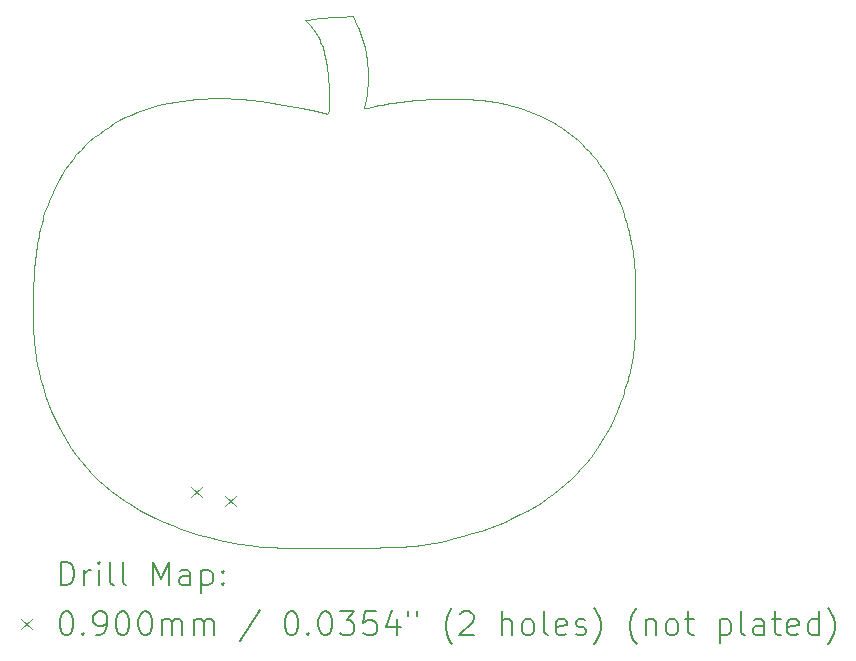
<source format=gbr>
%TF.GenerationSoftware,KiCad,Pcbnew,7.0.1-0*%
%TF.CreationDate,2023-08-23T15:25:18+02:00*%
%TF.ProjectId,pumpkin,70756d70-6b69-46e2-9e6b-696361645f70,rev?*%
%TF.SameCoordinates,Original*%
%TF.FileFunction,Drillmap*%
%TF.FilePolarity,Positive*%
%FSLAX45Y45*%
G04 Gerber Fmt 4.5, Leading zero omitted, Abs format (unit mm)*
G04 Created by KiCad (PCBNEW 7.0.1-0) date 2023-08-23 15:25:18*
%MOMM*%
%LPD*%
G01*
G04 APERTURE LIST*
%ADD10C,0.054000*%
%ADD11C,0.200000*%
%ADD12C,0.090000*%
G04 APERTURE END LIST*
D10*
X16954180Y-10475734D02*
X16931759Y-10539454D01*
X16907474Y-10601556D01*
X16881319Y-10662045D01*
X16853290Y-10720925D01*
X16823380Y-10778200D01*
X16791584Y-10833875D01*
X16757896Y-10887952D01*
X16722311Y-10940438D01*
X16684823Y-10991336D01*
X16645426Y-11040650D01*
X16604115Y-11088384D01*
X16560884Y-11134543D01*
X16515728Y-11179131D01*
X16468641Y-11222153D01*
X16419617Y-11263611D01*
X16368651Y-11303511D01*
X16315737Y-11341858D01*
X16260870Y-11378654D01*
X16204043Y-11413904D01*
X16145252Y-11447613D01*
X16084490Y-11479785D01*
X16021753Y-11510424D01*
X15957034Y-11539534D01*
X15890327Y-11567119D01*
X15821628Y-11593184D01*
X15750931Y-11617733D01*
X15678229Y-11640770D01*
X15603518Y-11662300D01*
X15526792Y-11682326D01*
X15448045Y-11700852D01*
X15367271Y-11717884D01*
X15284466Y-11733425D01*
X12181955Y-8645298D02*
X12208388Y-8599371D01*
X12236454Y-8554946D01*
X12266132Y-8512032D01*
X12297403Y-8470637D01*
X12330245Y-8430771D01*
X12364640Y-8392443D01*
X12400567Y-8355660D01*
X12438006Y-8320432D01*
X12476937Y-8286768D01*
X12517339Y-8254676D01*
X12559193Y-8224165D01*
X12602478Y-8195245D01*
X12647174Y-8167924D01*
X12693262Y-8142210D01*
X12740720Y-8118113D01*
X12789530Y-8095641D01*
X12839670Y-8074803D01*
X12891121Y-8055609D01*
X12943862Y-8038066D01*
X12997874Y-8022183D01*
X13053136Y-8007970D01*
X13109629Y-7995435D01*
X13167331Y-7984587D01*
X13226223Y-7975435D01*
X13286285Y-7967987D01*
X13347497Y-7962253D01*
X13409838Y-7958241D01*
X13473289Y-7955960D01*
X13537829Y-7955419D01*
X13603438Y-7956627D01*
X13670097Y-7959592D01*
X13737784Y-7964323D01*
X14706988Y-7340548D02*
X14712680Y-7353617D01*
X14718170Y-7366627D01*
X14723461Y-7379587D01*
X14728552Y-7392503D01*
X14733447Y-7405382D01*
X14738146Y-7418232D01*
X14742650Y-7431059D01*
X14746962Y-7443871D01*
X14751083Y-7456674D01*
X14755015Y-7469477D01*
X14758758Y-7482286D01*
X14762314Y-7495107D01*
X14765685Y-7507949D01*
X14768873Y-7520819D01*
X14771879Y-7533723D01*
X14774704Y-7546668D01*
X14777349Y-7559663D01*
X14779818Y-7572713D01*
X14782110Y-7585826D01*
X14784227Y-7599010D01*
X14786171Y-7612270D01*
X14787944Y-7625615D01*
X14789547Y-7639051D01*
X14790980Y-7652586D01*
X14792247Y-7666227D01*
X14793348Y-7679980D01*
X14794285Y-7693854D01*
X14795060Y-7707854D01*
X14795673Y-7721989D01*
X14796127Y-7736265D01*
X14796422Y-7750689D01*
X14796561Y-7765269D01*
X15915633Y-7995140D02*
X15965215Y-8006273D01*
X16013676Y-8018549D01*
X16061018Y-8031970D01*
X16107244Y-8046541D01*
X16152359Y-8062263D01*
X16196365Y-8079141D01*
X16239266Y-8097177D01*
X16281065Y-8116374D01*
X16321766Y-8136735D01*
X16361372Y-8158264D01*
X16399887Y-8180962D01*
X16437314Y-8204835D01*
X16473656Y-8229883D01*
X16508916Y-8256112D01*
X16543099Y-8283522D01*
X16576208Y-8312119D01*
X16608245Y-8341904D01*
X16639215Y-8372881D01*
X16669120Y-8405052D01*
X16697965Y-8438422D01*
X16725753Y-8472992D01*
X16752486Y-8508766D01*
X16778169Y-8545747D01*
X16802805Y-8583939D01*
X16826396Y-8623343D01*
X16848948Y-8663964D01*
X16870463Y-8705803D01*
X16890944Y-8748865D01*
X16910395Y-8793152D01*
X16928819Y-8838668D01*
X16946220Y-8885415D01*
X16962601Y-8933397D01*
X15284466Y-11733425D02*
X15273542Y-11735293D01*
X15262369Y-11737082D01*
X15250897Y-11738792D01*
X15239080Y-11740426D01*
X15226870Y-11741985D01*
X15214220Y-11743473D01*
X15201083Y-11744891D01*
X15187412Y-11746241D01*
X15173158Y-11747524D01*
X15158276Y-11748744D01*
X15142717Y-11749901D01*
X15126434Y-11750999D01*
X15109380Y-11752038D01*
X15091507Y-11753022D01*
X15072769Y-11753951D01*
X15053118Y-11754828D01*
X15032506Y-11755656D01*
X15010886Y-11756435D01*
X14988212Y-11757168D01*
X14964435Y-11757857D01*
X14939508Y-11758505D01*
X14913384Y-11759112D01*
X14886016Y-11759681D01*
X14857356Y-11760214D01*
X14827357Y-11760713D01*
X14795972Y-11761180D01*
X14763154Y-11761617D01*
X14728854Y-11762027D01*
X14693026Y-11762410D01*
X14655623Y-11762769D01*
X14616596Y-11763106D01*
X14575900Y-11763423D01*
X16962601Y-8933397D02*
X16969741Y-8955559D01*
X16976558Y-8977355D01*
X16983060Y-8998831D01*
X16989252Y-9020036D01*
X16995140Y-9041019D01*
X17000731Y-9061826D01*
X17006031Y-9082506D01*
X17011047Y-9103106D01*
X17015784Y-9123676D01*
X17020248Y-9144262D01*
X17024447Y-9164912D01*
X17028385Y-9185676D01*
X17032070Y-9206599D01*
X17035508Y-9227731D01*
X17038705Y-9249120D01*
X17041667Y-9270813D01*
X17044400Y-9292858D01*
X17046911Y-9315304D01*
X17049206Y-9338197D01*
X17051291Y-9361587D01*
X17053172Y-9385521D01*
X17054856Y-9410048D01*
X17056349Y-9435214D01*
X17057657Y-9461068D01*
X17058787Y-9487658D01*
X17059744Y-9515032D01*
X17060534Y-9543237D01*
X17061165Y-9572323D01*
X17061643Y-9602336D01*
X17061972Y-9633325D01*
X17062161Y-9665338D01*
X17062215Y-9698422D01*
X14767308Y-8038830D02*
X14772887Y-8039845D01*
X14778892Y-8039530D01*
X14784536Y-8038898D01*
X14791032Y-8037946D01*
X14798268Y-8036691D01*
X14806130Y-8035149D01*
X14811665Y-8033970D01*
X14817395Y-8032677D01*
X14823287Y-8031274D01*
X14829307Y-8029767D01*
X14832356Y-8028976D01*
X14549845Y-7265427D02*
X14670123Y-7257191D01*
X14670123Y-7257191D02*
X14706988Y-7340548D01*
X13737784Y-7964323D02*
X13754987Y-7965836D01*
X13773278Y-7967625D01*
X13792576Y-7969676D01*
X13812803Y-7971976D01*
X13833878Y-7974512D01*
X13855723Y-7977270D01*
X13878258Y-7980237D01*
X13901403Y-7983398D01*
X13925080Y-7986741D01*
X13949208Y-7990252D01*
X13973707Y-7993918D01*
X13998500Y-7997724D01*
X14023505Y-8001658D01*
X14048645Y-8005706D01*
X14073838Y-8009854D01*
X14099006Y-8014089D01*
X14124070Y-8018397D01*
X14148949Y-8022765D01*
X14173564Y-8027180D01*
X14197837Y-8031627D01*
X14221687Y-8036094D01*
X14245035Y-8040567D01*
X14267801Y-8045031D01*
X14289906Y-8049475D01*
X14311271Y-8053884D01*
X14331816Y-8058244D01*
X14351461Y-8062543D01*
X14370128Y-8066766D01*
X14387736Y-8070901D01*
X14404207Y-8074933D01*
X14419460Y-8078849D01*
X14433416Y-8082637D01*
X14433416Y-8082637D02*
X14439468Y-8084276D01*
X14444770Y-8085447D01*
X14451423Y-8085853D01*
X14456663Y-8083999D01*
X14460655Y-8079162D01*
X14462703Y-8073923D01*
X14464318Y-8066823D01*
X14465549Y-8057648D01*
X14466035Y-8052216D01*
X14466444Y-8046185D01*
X14466780Y-8039528D01*
X14467051Y-8032218D01*
X14467263Y-8024229D01*
X14467420Y-8015534D01*
X14467531Y-8006107D01*
X14467600Y-7995920D01*
X14467633Y-7984946D01*
X14467638Y-7973160D01*
X14467619Y-7960533D01*
X14467584Y-7947041D01*
X14467537Y-7932655D01*
X14796561Y-7765269D02*
X14796569Y-7772850D01*
X14796531Y-7780491D01*
X14796448Y-7788181D01*
X14796321Y-7795905D01*
X14796151Y-7803650D01*
X14795939Y-7811403D01*
X14795687Y-7819152D01*
X14795395Y-7826881D01*
X14795064Y-7834580D01*
X14794696Y-7842233D01*
X14794292Y-7849827D01*
X14793853Y-7857351D01*
X14793379Y-7864789D01*
X14792873Y-7872129D01*
X14792334Y-7879358D01*
X14791765Y-7886463D01*
X14791166Y-7893429D01*
X14790539Y-7900244D01*
X14789884Y-7906895D01*
X14789203Y-7913368D01*
X14788497Y-7919650D01*
X14787766Y-7925728D01*
X14787013Y-7931588D01*
X14786237Y-7937218D01*
X14785441Y-7942603D01*
X14783790Y-7952588D01*
X14782069Y-7961438D01*
X14780286Y-7969046D01*
X14779375Y-7972352D01*
X14467537Y-7932655D02*
X14467306Y-7906688D01*
X14466790Y-7881235D01*
X14465987Y-7856294D01*
X14464897Y-7831863D01*
X14463521Y-7807939D01*
X14461856Y-7784521D01*
X14459903Y-7761606D01*
X14457661Y-7739192D01*
X14455130Y-7717277D01*
X14452308Y-7695858D01*
X14449196Y-7674934D01*
X14445792Y-7654502D01*
X14442097Y-7634561D01*
X14438109Y-7615107D01*
X14433829Y-7596139D01*
X14429255Y-7577655D01*
X14424387Y-7559653D01*
X14419224Y-7542129D01*
X14413766Y-7525083D01*
X14408013Y-7508512D01*
X14401963Y-7492414D01*
X14395617Y-7476786D01*
X14388973Y-7461627D01*
X14382031Y-7446934D01*
X14374790Y-7432705D01*
X14367251Y-7418938D01*
X14359411Y-7405631D01*
X14351272Y-7392782D01*
X14342832Y-7380388D01*
X14334090Y-7368447D01*
X14325047Y-7356957D01*
X14315701Y-7345917D01*
X13890439Y-11752973D02*
X13798352Y-11740917D01*
X13708416Y-11726852D01*
X13620638Y-11710783D01*
X13535024Y-11692715D01*
X13451582Y-11672653D01*
X13370317Y-11650601D01*
X13291236Y-11626564D01*
X13214347Y-11600548D01*
X13139655Y-11572557D01*
X13067166Y-11542595D01*
X12996889Y-11510669D01*
X12928829Y-11476782D01*
X12862992Y-11440939D01*
X12799386Y-11403146D01*
X12738017Y-11363406D01*
X12678891Y-11321726D01*
X12622015Y-11278109D01*
X12567396Y-11232561D01*
X12515041Y-11185086D01*
X12464955Y-11135690D01*
X12417146Y-11084377D01*
X12371619Y-11031151D01*
X12328383Y-10976019D01*
X12287442Y-10918984D01*
X12248804Y-10860052D01*
X12212476Y-10799227D01*
X12178464Y-10736514D01*
X12146774Y-10671918D01*
X12117413Y-10605444D01*
X12090388Y-10537097D01*
X12065705Y-10466881D01*
X12043371Y-10394802D01*
X14832356Y-8028976D02*
X14859822Y-8022112D01*
X14888597Y-8015595D01*
X14918590Y-8009427D01*
X14949712Y-8003612D01*
X14981873Y-7998151D01*
X15014983Y-7993049D01*
X15048953Y-7988307D01*
X15083694Y-7983928D01*
X15119115Y-7979916D01*
X15155128Y-7976272D01*
X15191642Y-7973001D01*
X15228568Y-7970104D01*
X15265816Y-7967584D01*
X15303298Y-7965445D01*
X15340922Y-7963689D01*
X15378600Y-7962318D01*
X15416242Y-7961336D01*
X15453759Y-7960745D01*
X15491060Y-7960549D01*
X15528057Y-7960750D01*
X15564659Y-7961350D01*
X15600777Y-7962353D01*
X15636322Y-7963761D01*
X15671204Y-7965578D01*
X15705332Y-7967805D01*
X15738619Y-7970447D01*
X15770974Y-7973504D01*
X15802307Y-7976982D01*
X15832529Y-7980881D01*
X15861550Y-7985206D01*
X15889282Y-7989958D01*
X15915633Y-7995140D01*
X17062215Y-9698422D02*
X17062142Y-9732331D01*
X17061943Y-9764994D01*
X17061609Y-9796476D01*
X17061131Y-9826838D01*
X17060500Y-9856142D01*
X17059709Y-9884451D01*
X17058748Y-9911827D01*
X17057609Y-9938334D01*
X17056283Y-9964032D01*
X17054760Y-9988985D01*
X17053034Y-10013256D01*
X17051094Y-10036905D01*
X17048933Y-10059997D01*
X17046541Y-10082593D01*
X17043910Y-10104756D01*
X17041031Y-10126548D01*
X17037895Y-10148032D01*
X17034495Y-10169269D01*
X17030820Y-10190324D01*
X17026863Y-10211257D01*
X17022615Y-10232131D01*
X17018067Y-10253010D01*
X17013210Y-10273954D01*
X17008036Y-10295027D01*
X17002536Y-10316292D01*
X16996701Y-10337809D01*
X16990523Y-10359643D01*
X16983993Y-10381855D01*
X16977103Y-10404507D01*
X16969843Y-10427663D01*
X16962205Y-10451385D01*
X16954180Y-10475734D01*
X14779375Y-7972352D02*
X14777592Y-7978570D01*
X14775917Y-7984672D01*
X14774356Y-7990624D01*
X14772917Y-7996391D01*
X14771604Y-8001941D01*
X14770424Y-8007238D01*
X14768918Y-8014635D01*
X14767746Y-8021274D01*
X14766928Y-8027037D01*
X14766427Y-8033163D01*
X14767308Y-8038830D01*
X14348136Y-7281888D02*
X14357055Y-7281008D01*
X14366948Y-7280068D01*
X14377712Y-7279077D01*
X14383389Y-7278566D01*
X14389244Y-7278044D01*
X14395265Y-7277515D01*
X14401440Y-7276978D01*
X14407754Y-7276434D01*
X14414196Y-7275886D01*
X14420752Y-7275333D01*
X14427410Y-7274777D01*
X14434156Y-7274219D01*
X14440977Y-7273659D01*
X14447862Y-7273100D01*
X14454795Y-7272542D01*
X14461766Y-7271986D01*
X14468760Y-7271433D01*
X14475765Y-7270884D01*
X14482769Y-7270340D01*
X14489757Y-7269803D01*
X14496717Y-7269273D01*
X14503637Y-7268752D01*
X14510502Y-7268240D01*
X14517301Y-7267739D01*
X14524021Y-7267249D01*
X14530648Y-7266772D01*
X14537169Y-7266308D01*
X14543573Y-7265859D01*
X14549845Y-7265427D01*
X14315701Y-7345917D02*
X14266706Y-7290114D01*
X14575900Y-11763423D02*
X14546919Y-11763618D01*
X14517987Y-11763772D01*
X14489148Y-11763887D01*
X14460444Y-11763962D01*
X14431921Y-11763999D01*
X14403622Y-11763999D01*
X14375591Y-11763962D01*
X14347872Y-11763888D01*
X14320509Y-11763779D01*
X14293546Y-11763635D01*
X14267027Y-11763456D01*
X14240996Y-11763244D01*
X14215496Y-11762999D01*
X14190571Y-11762721D01*
X14166267Y-11762412D01*
X14142625Y-11762072D01*
X14119691Y-11761702D01*
X14097509Y-11761302D01*
X14076121Y-11760874D01*
X14055573Y-11760417D01*
X14035908Y-11759932D01*
X14017170Y-11759421D01*
X13999403Y-11758883D01*
X13982650Y-11758320D01*
X13966957Y-11757732D01*
X13952366Y-11757119D01*
X13938922Y-11756483D01*
X13926669Y-11755824D01*
X13915650Y-11755143D01*
X13905909Y-11754440D01*
X13897491Y-11753717D01*
X13890439Y-11752973D01*
X11962000Y-9606000D02*
X11963248Y-9566390D01*
X11964788Y-9527709D01*
X11966627Y-9489926D01*
X11968772Y-9453009D01*
X11971230Y-9416927D01*
X11974009Y-9381650D01*
X11977115Y-9347147D01*
X11980556Y-9313386D01*
X11984338Y-9280337D01*
X11988470Y-9247968D01*
X11992957Y-9216249D01*
X11997807Y-9185148D01*
X12003027Y-9154635D01*
X12008624Y-9124678D01*
X12014606Y-9095247D01*
X12020978Y-9066310D01*
X12027750Y-9037838D01*
X12034926Y-9009797D01*
X12042516Y-8982158D01*
X12050525Y-8954890D01*
X12058961Y-8927962D01*
X12067831Y-8901342D01*
X12077141Y-8875000D01*
X12086900Y-8848904D01*
X12097114Y-8823024D01*
X12107791Y-8797329D01*
X12118937Y-8771787D01*
X12130559Y-8746368D01*
X12142665Y-8721040D01*
X12155262Y-8695774D01*
X12168356Y-8670537D01*
X12181955Y-8645298D01*
X14266706Y-7290114D02*
X14348136Y-7281888D01*
X12043371Y-10394802D02*
X12036965Y-10372309D01*
X12030842Y-10350003D01*
X12024999Y-10327851D01*
X12019431Y-10305821D01*
X12014137Y-10283879D01*
X12009112Y-10261994D01*
X12004352Y-10240133D01*
X11999856Y-10218263D01*
X11995619Y-10196352D01*
X11991637Y-10174366D01*
X11987909Y-10152274D01*
X11984429Y-10130043D01*
X11981196Y-10107640D01*
X11978205Y-10085033D01*
X11975453Y-10062189D01*
X11972937Y-10039075D01*
X11970653Y-10015659D01*
X11968598Y-9991908D01*
X11966769Y-9967790D01*
X11965162Y-9943272D01*
X11963775Y-9918322D01*
X11962603Y-9892906D01*
X11961643Y-9866993D01*
X11960892Y-9840550D01*
X11960346Y-9813543D01*
X11960003Y-9785941D01*
X11959858Y-9757711D01*
X11959909Y-9728821D01*
X11960152Y-9699237D01*
X11960584Y-9668927D01*
X11961201Y-9637859D01*
X11962000Y-9606000D01*
D11*
D12*
X13300111Y-11244177D02*
X13390111Y-11334177D01*
X13390111Y-11244177D02*
X13300111Y-11334177D01*
X13589889Y-11321823D02*
X13679889Y-11411823D01*
X13679889Y-11321823D02*
X13589889Y-11411823D01*
D11*
X12197438Y-12080939D02*
X12197438Y-11880939D01*
X12197438Y-11880939D02*
X12245057Y-11880939D01*
X12245057Y-11880939D02*
X12273628Y-11890463D01*
X12273628Y-11890463D02*
X12292676Y-11909511D01*
X12292676Y-11909511D02*
X12302200Y-11928558D01*
X12302200Y-11928558D02*
X12311724Y-11966654D01*
X12311724Y-11966654D02*
X12311724Y-11995225D01*
X12311724Y-11995225D02*
X12302200Y-12033320D01*
X12302200Y-12033320D02*
X12292676Y-12052368D01*
X12292676Y-12052368D02*
X12273628Y-12071416D01*
X12273628Y-12071416D02*
X12245057Y-12080939D01*
X12245057Y-12080939D02*
X12197438Y-12080939D01*
X12397438Y-12080939D02*
X12397438Y-11947606D01*
X12397438Y-11985701D02*
X12406962Y-11966654D01*
X12406962Y-11966654D02*
X12416485Y-11957130D01*
X12416485Y-11957130D02*
X12435533Y-11947606D01*
X12435533Y-11947606D02*
X12454581Y-11947606D01*
X12521247Y-12080939D02*
X12521247Y-11947606D01*
X12521247Y-11880939D02*
X12511724Y-11890463D01*
X12511724Y-11890463D02*
X12521247Y-11899987D01*
X12521247Y-11899987D02*
X12530771Y-11890463D01*
X12530771Y-11890463D02*
X12521247Y-11880939D01*
X12521247Y-11880939D02*
X12521247Y-11899987D01*
X12645057Y-12080939D02*
X12626009Y-12071416D01*
X12626009Y-12071416D02*
X12616485Y-12052368D01*
X12616485Y-12052368D02*
X12616485Y-11880939D01*
X12749819Y-12080939D02*
X12730771Y-12071416D01*
X12730771Y-12071416D02*
X12721247Y-12052368D01*
X12721247Y-12052368D02*
X12721247Y-11880939D01*
X12978390Y-12080939D02*
X12978390Y-11880939D01*
X12978390Y-11880939D02*
X13045057Y-12023797D01*
X13045057Y-12023797D02*
X13111724Y-11880939D01*
X13111724Y-11880939D02*
X13111724Y-12080939D01*
X13292676Y-12080939D02*
X13292676Y-11976178D01*
X13292676Y-11976178D02*
X13283152Y-11957130D01*
X13283152Y-11957130D02*
X13264105Y-11947606D01*
X13264105Y-11947606D02*
X13226009Y-11947606D01*
X13226009Y-11947606D02*
X13206962Y-11957130D01*
X13292676Y-12071416D02*
X13273628Y-12080939D01*
X13273628Y-12080939D02*
X13226009Y-12080939D01*
X13226009Y-12080939D02*
X13206962Y-12071416D01*
X13206962Y-12071416D02*
X13197438Y-12052368D01*
X13197438Y-12052368D02*
X13197438Y-12033320D01*
X13197438Y-12033320D02*
X13206962Y-12014273D01*
X13206962Y-12014273D02*
X13226009Y-12004749D01*
X13226009Y-12004749D02*
X13273628Y-12004749D01*
X13273628Y-12004749D02*
X13292676Y-11995225D01*
X13387914Y-11947606D02*
X13387914Y-12147606D01*
X13387914Y-11957130D02*
X13406962Y-11947606D01*
X13406962Y-11947606D02*
X13445057Y-11947606D01*
X13445057Y-11947606D02*
X13464105Y-11957130D01*
X13464105Y-11957130D02*
X13473628Y-11966654D01*
X13473628Y-11966654D02*
X13483152Y-11985701D01*
X13483152Y-11985701D02*
X13483152Y-12042844D01*
X13483152Y-12042844D02*
X13473628Y-12061892D01*
X13473628Y-12061892D02*
X13464105Y-12071416D01*
X13464105Y-12071416D02*
X13445057Y-12080939D01*
X13445057Y-12080939D02*
X13406962Y-12080939D01*
X13406962Y-12080939D02*
X13387914Y-12071416D01*
X13568866Y-12061892D02*
X13578390Y-12071416D01*
X13578390Y-12071416D02*
X13568866Y-12080939D01*
X13568866Y-12080939D02*
X13559343Y-12071416D01*
X13559343Y-12071416D02*
X13568866Y-12061892D01*
X13568866Y-12061892D02*
X13568866Y-12080939D01*
X13568866Y-11957130D02*
X13578390Y-11966654D01*
X13578390Y-11966654D02*
X13568866Y-11976178D01*
X13568866Y-11976178D02*
X13559343Y-11966654D01*
X13559343Y-11966654D02*
X13568866Y-11957130D01*
X13568866Y-11957130D02*
X13568866Y-11976178D01*
D12*
X11859819Y-12363416D02*
X11949819Y-12453416D01*
X11949819Y-12363416D02*
X11859819Y-12453416D01*
D11*
X12235533Y-12300939D02*
X12254581Y-12300939D01*
X12254581Y-12300939D02*
X12273628Y-12310463D01*
X12273628Y-12310463D02*
X12283152Y-12319987D01*
X12283152Y-12319987D02*
X12292676Y-12339035D01*
X12292676Y-12339035D02*
X12302200Y-12377130D01*
X12302200Y-12377130D02*
X12302200Y-12424749D01*
X12302200Y-12424749D02*
X12292676Y-12462844D01*
X12292676Y-12462844D02*
X12283152Y-12481892D01*
X12283152Y-12481892D02*
X12273628Y-12491416D01*
X12273628Y-12491416D02*
X12254581Y-12500939D01*
X12254581Y-12500939D02*
X12235533Y-12500939D01*
X12235533Y-12500939D02*
X12216485Y-12491416D01*
X12216485Y-12491416D02*
X12206962Y-12481892D01*
X12206962Y-12481892D02*
X12197438Y-12462844D01*
X12197438Y-12462844D02*
X12187914Y-12424749D01*
X12187914Y-12424749D02*
X12187914Y-12377130D01*
X12187914Y-12377130D02*
X12197438Y-12339035D01*
X12197438Y-12339035D02*
X12206962Y-12319987D01*
X12206962Y-12319987D02*
X12216485Y-12310463D01*
X12216485Y-12310463D02*
X12235533Y-12300939D01*
X12387914Y-12481892D02*
X12397438Y-12491416D01*
X12397438Y-12491416D02*
X12387914Y-12500939D01*
X12387914Y-12500939D02*
X12378390Y-12491416D01*
X12378390Y-12491416D02*
X12387914Y-12481892D01*
X12387914Y-12481892D02*
X12387914Y-12500939D01*
X12492676Y-12500939D02*
X12530771Y-12500939D01*
X12530771Y-12500939D02*
X12549819Y-12491416D01*
X12549819Y-12491416D02*
X12559343Y-12481892D01*
X12559343Y-12481892D02*
X12578390Y-12453320D01*
X12578390Y-12453320D02*
X12587914Y-12415225D01*
X12587914Y-12415225D02*
X12587914Y-12339035D01*
X12587914Y-12339035D02*
X12578390Y-12319987D01*
X12578390Y-12319987D02*
X12568866Y-12310463D01*
X12568866Y-12310463D02*
X12549819Y-12300939D01*
X12549819Y-12300939D02*
X12511724Y-12300939D01*
X12511724Y-12300939D02*
X12492676Y-12310463D01*
X12492676Y-12310463D02*
X12483152Y-12319987D01*
X12483152Y-12319987D02*
X12473628Y-12339035D01*
X12473628Y-12339035D02*
X12473628Y-12386654D01*
X12473628Y-12386654D02*
X12483152Y-12405701D01*
X12483152Y-12405701D02*
X12492676Y-12415225D01*
X12492676Y-12415225D02*
X12511724Y-12424749D01*
X12511724Y-12424749D02*
X12549819Y-12424749D01*
X12549819Y-12424749D02*
X12568866Y-12415225D01*
X12568866Y-12415225D02*
X12578390Y-12405701D01*
X12578390Y-12405701D02*
X12587914Y-12386654D01*
X12711724Y-12300939D02*
X12730771Y-12300939D01*
X12730771Y-12300939D02*
X12749819Y-12310463D01*
X12749819Y-12310463D02*
X12759343Y-12319987D01*
X12759343Y-12319987D02*
X12768866Y-12339035D01*
X12768866Y-12339035D02*
X12778390Y-12377130D01*
X12778390Y-12377130D02*
X12778390Y-12424749D01*
X12778390Y-12424749D02*
X12768866Y-12462844D01*
X12768866Y-12462844D02*
X12759343Y-12481892D01*
X12759343Y-12481892D02*
X12749819Y-12491416D01*
X12749819Y-12491416D02*
X12730771Y-12500939D01*
X12730771Y-12500939D02*
X12711724Y-12500939D01*
X12711724Y-12500939D02*
X12692676Y-12491416D01*
X12692676Y-12491416D02*
X12683152Y-12481892D01*
X12683152Y-12481892D02*
X12673628Y-12462844D01*
X12673628Y-12462844D02*
X12664105Y-12424749D01*
X12664105Y-12424749D02*
X12664105Y-12377130D01*
X12664105Y-12377130D02*
X12673628Y-12339035D01*
X12673628Y-12339035D02*
X12683152Y-12319987D01*
X12683152Y-12319987D02*
X12692676Y-12310463D01*
X12692676Y-12310463D02*
X12711724Y-12300939D01*
X12902200Y-12300939D02*
X12921247Y-12300939D01*
X12921247Y-12300939D02*
X12940295Y-12310463D01*
X12940295Y-12310463D02*
X12949819Y-12319987D01*
X12949819Y-12319987D02*
X12959343Y-12339035D01*
X12959343Y-12339035D02*
X12968866Y-12377130D01*
X12968866Y-12377130D02*
X12968866Y-12424749D01*
X12968866Y-12424749D02*
X12959343Y-12462844D01*
X12959343Y-12462844D02*
X12949819Y-12481892D01*
X12949819Y-12481892D02*
X12940295Y-12491416D01*
X12940295Y-12491416D02*
X12921247Y-12500939D01*
X12921247Y-12500939D02*
X12902200Y-12500939D01*
X12902200Y-12500939D02*
X12883152Y-12491416D01*
X12883152Y-12491416D02*
X12873628Y-12481892D01*
X12873628Y-12481892D02*
X12864105Y-12462844D01*
X12864105Y-12462844D02*
X12854581Y-12424749D01*
X12854581Y-12424749D02*
X12854581Y-12377130D01*
X12854581Y-12377130D02*
X12864105Y-12339035D01*
X12864105Y-12339035D02*
X12873628Y-12319987D01*
X12873628Y-12319987D02*
X12883152Y-12310463D01*
X12883152Y-12310463D02*
X12902200Y-12300939D01*
X13054581Y-12500939D02*
X13054581Y-12367606D01*
X13054581Y-12386654D02*
X13064105Y-12377130D01*
X13064105Y-12377130D02*
X13083152Y-12367606D01*
X13083152Y-12367606D02*
X13111724Y-12367606D01*
X13111724Y-12367606D02*
X13130771Y-12377130D01*
X13130771Y-12377130D02*
X13140295Y-12396178D01*
X13140295Y-12396178D02*
X13140295Y-12500939D01*
X13140295Y-12396178D02*
X13149819Y-12377130D01*
X13149819Y-12377130D02*
X13168866Y-12367606D01*
X13168866Y-12367606D02*
X13197438Y-12367606D01*
X13197438Y-12367606D02*
X13216486Y-12377130D01*
X13216486Y-12377130D02*
X13226009Y-12396178D01*
X13226009Y-12396178D02*
X13226009Y-12500939D01*
X13321247Y-12500939D02*
X13321247Y-12367606D01*
X13321247Y-12386654D02*
X13330771Y-12377130D01*
X13330771Y-12377130D02*
X13349819Y-12367606D01*
X13349819Y-12367606D02*
X13378390Y-12367606D01*
X13378390Y-12367606D02*
X13397438Y-12377130D01*
X13397438Y-12377130D02*
X13406962Y-12396178D01*
X13406962Y-12396178D02*
X13406962Y-12500939D01*
X13406962Y-12396178D02*
X13416486Y-12377130D01*
X13416486Y-12377130D02*
X13435533Y-12367606D01*
X13435533Y-12367606D02*
X13464105Y-12367606D01*
X13464105Y-12367606D02*
X13483152Y-12377130D01*
X13483152Y-12377130D02*
X13492676Y-12396178D01*
X13492676Y-12396178D02*
X13492676Y-12500939D01*
X13883152Y-12291416D02*
X13711724Y-12548558D01*
X14140295Y-12300939D02*
X14159343Y-12300939D01*
X14159343Y-12300939D02*
X14178390Y-12310463D01*
X14178390Y-12310463D02*
X14187914Y-12319987D01*
X14187914Y-12319987D02*
X14197438Y-12339035D01*
X14197438Y-12339035D02*
X14206962Y-12377130D01*
X14206962Y-12377130D02*
X14206962Y-12424749D01*
X14206962Y-12424749D02*
X14197438Y-12462844D01*
X14197438Y-12462844D02*
X14187914Y-12481892D01*
X14187914Y-12481892D02*
X14178390Y-12491416D01*
X14178390Y-12491416D02*
X14159343Y-12500939D01*
X14159343Y-12500939D02*
X14140295Y-12500939D01*
X14140295Y-12500939D02*
X14121248Y-12491416D01*
X14121248Y-12491416D02*
X14111724Y-12481892D01*
X14111724Y-12481892D02*
X14102200Y-12462844D01*
X14102200Y-12462844D02*
X14092676Y-12424749D01*
X14092676Y-12424749D02*
X14092676Y-12377130D01*
X14092676Y-12377130D02*
X14102200Y-12339035D01*
X14102200Y-12339035D02*
X14111724Y-12319987D01*
X14111724Y-12319987D02*
X14121248Y-12310463D01*
X14121248Y-12310463D02*
X14140295Y-12300939D01*
X14292676Y-12481892D02*
X14302200Y-12491416D01*
X14302200Y-12491416D02*
X14292676Y-12500939D01*
X14292676Y-12500939D02*
X14283152Y-12491416D01*
X14283152Y-12491416D02*
X14292676Y-12481892D01*
X14292676Y-12481892D02*
X14292676Y-12500939D01*
X14426009Y-12300939D02*
X14445057Y-12300939D01*
X14445057Y-12300939D02*
X14464105Y-12310463D01*
X14464105Y-12310463D02*
X14473629Y-12319987D01*
X14473629Y-12319987D02*
X14483152Y-12339035D01*
X14483152Y-12339035D02*
X14492676Y-12377130D01*
X14492676Y-12377130D02*
X14492676Y-12424749D01*
X14492676Y-12424749D02*
X14483152Y-12462844D01*
X14483152Y-12462844D02*
X14473629Y-12481892D01*
X14473629Y-12481892D02*
X14464105Y-12491416D01*
X14464105Y-12491416D02*
X14445057Y-12500939D01*
X14445057Y-12500939D02*
X14426009Y-12500939D01*
X14426009Y-12500939D02*
X14406962Y-12491416D01*
X14406962Y-12491416D02*
X14397438Y-12481892D01*
X14397438Y-12481892D02*
X14387914Y-12462844D01*
X14387914Y-12462844D02*
X14378390Y-12424749D01*
X14378390Y-12424749D02*
X14378390Y-12377130D01*
X14378390Y-12377130D02*
X14387914Y-12339035D01*
X14387914Y-12339035D02*
X14397438Y-12319987D01*
X14397438Y-12319987D02*
X14406962Y-12310463D01*
X14406962Y-12310463D02*
X14426009Y-12300939D01*
X14559343Y-12300939D02*
X14683152Y-12300939D01*
X14683152Y-12300939D02*
X14616486Y-12377130D01*
X14616486Y-12377130D02*
X14645057Y-12377130D01*
X14645057Y-12377130D02*
X14664105Y-12386654D01*
X14664105Y-12386654D02*
X14673629Y-12396178D01*
X14673629Y-12396178D02*
X14683152Y-12415225D01*
X14683152Y-12415225D02*
X14683152Y-12462844D01*
X14683152Y-12462844D02*
X14673629Y-12481892D01*
X14673629Y-12481892D02*
X14664105Y-12491416D01*
X14664105Y-12491416D02*
X14645057Y-12500939D01*
X14645057Y-12500939D02*
X14587914Y-12500939D01*
X14587914Y-12500939D02*
X14568867Y-12491416D01*
X14568867Y-12491416D02*
X14559343Y-12481892D01*
X14864105Y-12300939D02*
X14768867Y-12300939D01*
X14768867Y-12300939D02*
X14759343Y-12396178D01*
X14759343Y-12396178D02*
X14768867Y-12386654D01*
X14768867Y-12386654D02*
X14787914Y-12377130D01*
X14787914Y-12377130D02*
X14835533Y-12377130D01*
X14835533Y-12377130D02*
X14854581Y-12386654D01*
X14854581Y-12386654D02*
X14864105Y-12396178D01*
X14864105Y-12396178D02*
X14873629Y-12415225D01*
X14873629Y-12415225D02*
X14873629Y-12462844D01*
X14873629Y-12462844D02*
X14864105Y-12481892D01*
X14864105Y-12481892D02*
X14854581Y-12491416D01*
X14854581Y-12491416D02*
X14835533Y-12500939D01*
X14835533Y-12500939D02*
X14787914Y-12500939D01*
X14787914Y-12500939D02*
X14768867Y-12491416D01*
X14768867Y-12491416D02*
X14759343Y-12481892D01*
X15045057Y-12367606D02*
X15045057Y-12500939D01*
X14997438Y-12291416D02*
X14949819Y-12434273D01*
X14949819Y-12434273D02*
X15073629Y-12434273D01*
X15140295Y-12300939D02*
X15140295Y-12339035D01*
X15216486Y-12300939D02*
X15216486Y-12339035D01*
X15511724Y-12577130D02*
X15502200Y-12567606D01*
X15502200Y-12567606D02*
X15483152Y-12539035D01*
X15483152Y-12539035D02*
X15473629Y-12519987D01*
X15473629Y-12519987D02*
X15464105Y-12491416D01*
X15464105Y-12491416D02*
X15454581Y-12443797D01*
X15454581Y-12443797D02*
X15454581Y-12405701D01*
X15454581Y-12405701D02*
X15464105Y-12358082D01*
X15464105Y-12358082D02*
X15473629Y-12329511D01*
X15473629Y-12329511D02*
X15483152Y-12310463D01*
X15483152Y-12310463D02*
X15502200Y-12281892D01*
X15502200Y-12281892D02*
X15511724Y-12272368D01*
X15578391Y-12319987D02*
X15587914Y-12310463D01*
X15587914Y-12310463D02*
X15606962Y-12300939D01*
X15606962Y-12300939D02*
X15654581Y-12300939D01*
X15654581Y-12300939D02*
X15673629Y-12310463D01*
X15673629Y-12310463D02*
X15683152Y-12319987D01*
X15683152Y-12319987D02*
X15692676Y-12339035D01*
X15692676Y-12339035D02*
X15692676Y-12358082D01*
X15692676Y-12358082D02*
X15683152Y-12386654D01*
X15683152Y-12386654D02*
X15568867Y-12500939D01*
X15568867Y-12500939D02*
X15692676Y-12500939D01*
X15930772Y-12500939D02*
X15930772Y-12300939D01*
X16016486Y-12500939D02*
X16016486Y-12396178D01*
X16016486Y-12396178D02*
X16006962Y-12377130D01*
X16006962Y-12377130D02*
X15987914Y-12367606D01*
X15987914Y-12367606D02*
X15959343Y-12367606D01*
X15959343Y-12367606D02*
X15940295Y-12377130D01*
X15940295Y-12377130D02*
X15930772Y-12386654D01*
X16140295Y-12500939D02*
X16121248Y-12491416D01*
X16121248Y-12491416D02*
X16111724Y-12481892D01*
X16111724Y-12481892D02*
X16102200Y-12462844D01*
X16102200Y-12462844D02*
X16102200Y-12405701D01*
X16102200Y-12405701D02*
X16111724Y-12386654D01*
X16111724Y-12386654D02*
X16121248Y-12377130D01*
X16121248Y-12377130D02*
X16140295Y-12367606D01*
X16140295Y-12367606D02*
X16168867Y-12367606D01*
X16168867Y-12367606D02*
X16187914Y-12377130D01*
X16187914Y-12377130D02*
X16197438Y-12386654D01*
X16197438Y-12386654D02*
X16206962Y-12405701D01*
X16206962Y-12405701D02*
X16206962Y-12462844D01*
X16206962Y-12462844D02*
X16197438Y-12481892D01*
X16197438Y-12481892D02*
X16187914Y-12491416D01*
X16187914Y-12491416D02*
X16168867Y-12500939D01*
X16168867Y-12500939D02*
X16140295Y-12500939D01*
X16321248Y-12500939D02*
X16302200Y-12491416D01*
X16302200Y-12491416D02*
X16292676Y-12472368D01*
X16292676Y-12472368D02*
X16292676Y-12300939D01*
X16473629Y-12491416D02*
X16454581Y-12500939D01*
X16454581Y-12500939D02*
X16416486Y-12500939D01*
X16416486Y-12500939D02*
X16397438Y-12491416D01*
X16397438Y-12491416D02*
X16387914Y-12472368D01*
X16387914Y-12472368D02*
X16387914Y-12396178D01*
X16387914Y-12396178D02*
X16397438Y-12377130D01*
X16397438Y-12377130D02*
X16416486Y-12367606D01*
X16416486Y-12367606D02*
X16454581Y-12367606D01*
X16454581Y-12367606D02*
X16473629Y-12377130D01*
X16473629Y-12377130D02*
X16483153Y-12396178D01*
X16483153Y-12396178D02*
X16483153Y-12415225D01*
X16483153Y-12415225D02*
X16387914Y-12434273D01*
X16559343Y-12491416D02*
X16578391Y-12500939D01*
X16578391Y-12500939D02*
X16616486Y-12500939D01*
X16616486Y-12500939D02*
X16635534Y-12491416D01*
X16635534Y-12491416D02*
X16645057Y-12472368D01*
X16645057Y-12472368D02*
X16645057Y-12462844D01*
X16645057Y-12462844D02*
X16635534Y-12443797D01*
X16635534Y-12443797D02*
X16616486Y-12434273D01*
X16616486Y-12434273D02*
X16587914Y-12434273D01*
X16587914Y-12434273D02*
X16568867Y-12424749D01*
X16568867Y-12424749D02*
X16559343Y-12405701D01*
X16559343Y-12405701D02*
X16559343Y-12396178D01*
X16559343Y-12396178D02*
X16568867Y-12377130D01*
X16568867Y-12377130D02*
X16587914Y-12367606D01*
X16587914Y-12367606D02*
X16616486Y-12367606D01*
X16616486Y-12367606D02*
X16635534Y-12377130D01*
X16711724Y-12577130D02*
X16721248Y-12567606D01*
X16721248Y-12567606D02*
X16740295Y-12539035D01*
X16740295Y-12539035D02*
X16749819Y-12519987D01*
X16749819Y-12519987D02*
X16759343Y-12491416D01*
X16759343Y-12491416D02*
X16768867Y-12443797D01*
X16768867Y-12443797D02*
X16768867Y-12405701D01*
X16768867Y-12405701D02*
X16759343Y-12358082D01*
X16759343Y-12358082D02*
X16749819Y-12329511D01*
X16749819Y-12329511D02*
X16740295Y-12310463D01*
X16740295Y-12310463D02*
X16721248Y-12281892D01*
X16721248Y-12281892D02*
X16711724Y-12272368D01*
X17073629Y-12577130D02*
X17064105Y-12567606D01*
X17064105Y-12567606D02*
X17045057Y-12539035D01*
X17045057Y-12539035D02*
X17035534Y-12519987D01*
X17035534Y-12519987D02*
X17026010Y-12491416D01*
X17026010Y-12491416D02*
X17016486Y-12443797D01*
X17016486Y-12443797D02*
X17016486Y-12405701D01*
X17016486Y-12405701D02*
X17026010Y-12358082D01*
X17026010Y-12358082D02*
X17035534Y-12329511D01*
X17035534Y-12329511D02*
X17045057Y-12310463D01*
X17045057Y-12310463D02*
X17064105Y-12281892D01*
X17064105Y-12281892D02*
X17073629Y-12272368D01*
X17149819Y-12367606D02*
X17149819Y-12500939D01*
X17149819Y-12386654D02*
X17159343Y-12377130D01*
X17159343Y-12377130D02*
X17178391Y-12367606D01*
X17178391Y-12367606D02*
X17206962Y-12367606D01*
X17206962Y-12367606D02*
X17226010Y-12377130D01*
X17226010Y-12377130D02*
X17235534Y-12396178D01*
X17235534Y-12396178D02*
X17235534Y-12500939D01*
X17359343Y-12500939D02*
X17340296Y-12491416D01*
X17340296Y-12491416D02*
X17330772Y-12481892D01*
X17330772Y-12481892D02*
X17321248Y-12462844D01*
X17321248Y-12462844D02*
X17321248Y-12405701D01*
X17321248Y-12405701D02*
X17330772Y-12386654D01*
X17330772Y-12386654D02*
X17340296Y-12377130D01*
X17340296Y-12377130D02*
X17359343Y-12367606D01*
X17359343Y-12367606D02*
X17387915Y-12367606D01*
X17387915Y-12367606D02*
X17406962Y-12377130D01*
X17406962Y-12377130D02*
X17416486Y-12386654D01*
X17416486Y-12386654D02*
X17426010Y-12405701D01*
X17426010Y-12405701D02*
X17426010Y-12462844D01*
X17426010Y-12462844D02*
X17416486Y-12481892D01*
X17416486Y-12481892D02*
X17406962Y-12491416D01*
X17406962Y-12491416D02*
X17387915Y-12500939D01*
X17387915Y-12500939D02*
X17359343Y-12500939D01*
X17483153Y-12367606D02*
X17559343Y-12367606D01*
X17511724Y-12300939D02*
X17511724Y-12472368D01*
X17511724Y-12472368D02*
X17521248Y-12491416D01*
X17521248Y-12491416D02*
X17540296Y-12500939D01*
X17540296Y-12500939D02*
X17559343Y-12500939D01*
X17778391Y-12367606D02*
X17778391Y-12567606D01*
X17778391Y-12377130D02*
X17797438Y-12367606D01*
X17797438Y-12367606D02*
X17835534Y-12367606D01*
X17835534Y-12367606D02*
X17854581Y-12377130D01*
X17854581Y-12377130D02*
X17864105Y-12386654D01*
X17864105Y-12386654D02*
X17873629Y-12405701D01*
X17873629Y-12405701D02*
X17873629Y-12462844D01*
X17873629Y-12462844D02*
X17864105Y-12481892D01*
X17864105Y-12481892D02*
X17854581Y-12491416D01*
X17854581Y-12491416D02*
X17835534Y-12500939D01*
X17835534Y-12500939D02*
X17797438Y-12500939D01*
X17797438Y-12500939D02*
X17778391Y-12491416D01*
X17987915Y-12500939D02*
X17968867Y-12491416D01*
X17968867Y-12491416D02*
X17959343Y-12472368D01*
X17959343Y-12472368D02*
X17959343Y-12300939D01*
X18149819Y-12500939D02*
X18149819Y-12396178D01*
X18149819Y-12396178D02*
X18140296Y-12377130D01*
X18140296Y-12377130D02*
X18121248Y-12367606D01*
X18121248Y-12367606D02*
X18083153Y-12367606D01*
X18083153Y-12367606D02*
X18064105Y-12377130D01*
X18149819Y-12491416D02*
X18130772Y-12500939D01*
X18130772Y-12500939D02*
X18083153Y-12500939D01*
X18083153Y-12500939D02*
X18064105Y-12491416D01*
X18064105Y-12491416D02*
X18054581Y-12472368D01*
X18054581Y-12472368D02*
X18054581Y-12453320D01*
X18054581Y-12453320D02*
X18064105Y-12434273D01*
X18064105Y-12434273D02*
X18083153Y-12424749D01*
X18083153Y-12424749D02*
X18130772Y-12424749D01*
X18130772Y-12424749D02*
X18149819Y-12415225D01*
X18216486Y-12367606D02*
X18292677Y-12367606D01*
X18245058Y-12300939D02*
X18245058Y-12472368D01*
X18245058Y-12472368D02*
X18254581Y-12491416D01*
X18254581Y-12491416D02*
X18273629Y-12500939D01*
X18273629Y-12500939D02*
X18292677Y-12500939D01*
X18435534Y-12491416D02*
X18416486Y-12500939D01*
X18416486Y-12500939D02*
X18378391Y-12500939D01*
X18378391Y-12500939D02*
X18359343Y-12491416D01*
X18359343Y-12491416D02*
X18349819Y-12472368D01*
X18349819Y-12472368D02*
X18349819Y-12396178D01*
X18349819Y-12396178D02*
X18359343Y-12377130D01*
X18359343Y-12377130D02*
X18378391Y-12367606D01*
X18378391Y-12367606D02*
X18416486Y-12367606D01*
X18416486Y-12367606D02*
X18435534Y-12377130D01*
X18435534Y-12377130D02*
X18445058Y-12396178D01*
X18445058Y-12396178D02*
X18445058Y-12415225D01*
X18445058Y-12415225D02*
X18349819Y-12434273D01*
X18616486Y-12500939D02*
X18616486Y-12300939D01*
X18616486Y-12491416D02*
X18597439Y-12500939D01*
X18597439Y-12500939D02*
X18559343Y-12500939D01*
X18559343Y-12500939D02*
X18540296Y-12491416D01*
X18540296Y-12491416D02*
X18530772Y-12481892D01*
X18530772Y-12481892D02*
X18521248Y-12462844D01*
X18521248Y-12462844D02*
X18521248Y-12405701D01*
X18521248Y-12405701D02*
X18530772Y-12386654D01*
X18530772Y-12386654D02*
X18540296Y-12377130D01*
X18540296Y-12377130D02*
X18559343Y-12367606D01*
X18559343Y-12367606D02*
X18597439Y-12367606D01*
X18597439Y-12367606D02*
X18616486Y-12377130D01*
X18692677Y-12577130D02*
X18702200Y-12567606D01*
X18702200Y-12567606D02*
X18721248Y-12539035D01*
X18721248Y-12539035D02*
X18730772Y-12519987D01*
X18730772Y-12519987D02*
X18740296Y-12491416D01*
X18740296Y-12491416D02*
X18749819Y-12443797D01*
X18749819Y-12443797D02*
X18749819Y-12405701D01*
X18749819Y-12405701D02*
X18740296Y-12358082D01*
X18740296Y-12358082D02*
X18730772Y-12329511D01*
X18730772Y-12329511D02*
X18721248Y-12310463D01*
X18721248Y-12310463D02*
X18702200Y-12281892D01*
X18702200Y-12281892D02*
X18692677Y-12272368D01*
M02*

</source>
